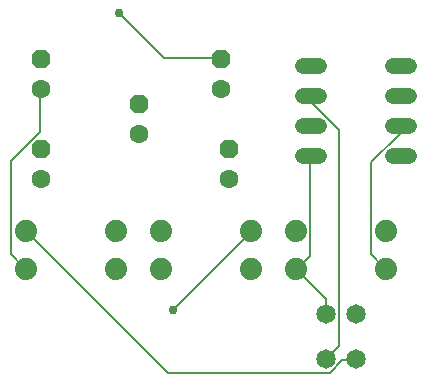
<source format=gbr>
G04 EAGLE Gerber RS-274X export*
G75*
%MOMM*%
%FSLAX34Y34*%
%LPD*%
%INBottom Copper*%
%IPPOS*%
%AMOC8*
5,1,8,0,0,1.08239X$1,22.5*%
G01*
%ADD10P,1.732040X8X112.500000*%
%ADD11C,1.600200*%
%ADD12C,1.320800*%
%ADD13C,1.879600*%
%ADD14C,1.651000*%
%ADD15C,0.152400*%
%ADD16C,0.756400*%


D10*
X184150Y400050D03*
D11*
X184150Y374650D03*
D12*
X323596Y431800D02*
X336804Y431800D01*
X336804Y406400D02*
X323596Y406400D01*
X323596Y381000D02*
X336804Y381000D01*
X336804Y355600D02*
X323596Y355600D01*
X399796Y355600D02*
X413004Y355600D01*
X413004Y381000D02*
X399796Y381000D01*
X399796Y406400D02*
X413004Y406400D01*
X413004Y431800D02*
X399796Y431800D01*
D13*
X165100Y292100D03*
X88900Y292100D03*
X165100Y260350D03*
X88900Y260350D03*
X279400Y292100D03*
X203200Y292100D03*
X279400Y260350D03*
X203200Y260350D03*
X317500Y260350D03*
X393700Y260350D03*
X317500Y292100D03*
X393700Y292100D03*
D14*
X368300Y222250D03*
X342900Y222250D03*
D10*
X101600Y438150D03*
D11*
X101600Y412750D03*
D10*
X254000Y438150D03*
D11*
X254000Y412750D03*
D10*
X101600Y361950D03*
D11*
X101600Y336550D03*
D10*
X260350Y361950D03*
D11*
X260350Y336550D03*
D14*
X342900Y184150D03*
X368300Y184150D03*
D15*
X100584Y376428D02*
X100584Y411480D01*
X100584Y376428D02*
X76200Y352044D01*
X76200Y272796D01*
X88392Y260604D01*
X100584Y411480D02*
X101600Y412750D01*
X88392Y260604D02*
X88900Y260350D01*
X205740Y438912D02*
X252984Y438912D01*
X205740Y438912D02*
X167640Y477012D01*
X252984Y438912D02*
X254000Y438150D01*
D16*
X167640Y477012D03*
D15*
X329184Y355092D02*
X329184Y271272D01*
X318516Y260604D01*
X329184Y355092D02*
X330200Y355600D01*
X318516Y260604D02*
X317500Y260350D01*
X342900Y234696D02*
X342900Y222250D01*
X342900Y234696D02*
X318516Y259080D01*
X317500Y260350D01*
X405384Y374904D02*
X405384Y381000D01*
X405384Y374904D02*
X381000Y350520D01*
X381000Y272796D01*
X393192Y260604D01*
X405384Y381000D02*
X406400Y381000D01*
X393192Y260604D02*
X393700Y260350D01*
X367284Y182880D02*
X356616Y182880D01*
X345948Y172212D01*
X208788Y172212D01*
X88900Y292100D01*
X367284Y182880D02*
X368300Y184150D01*
X278892Y291084D02*
X213360Y225552D01*
X278892Y291084D02*
X279400Y292100D01*
D16*
X213360Y225552D03*
D15*
X330708Y400812D02*
X330708Y405384D01*
X330708Y400812D02*
X353568Y377952D01*
X353568Y195072D01*
X342900Y184404D01*
X330708Y405384D02*
X330200Y406400D01*
X342900Y184404D02*
X342900Y184150D01*
M02*

</source>
